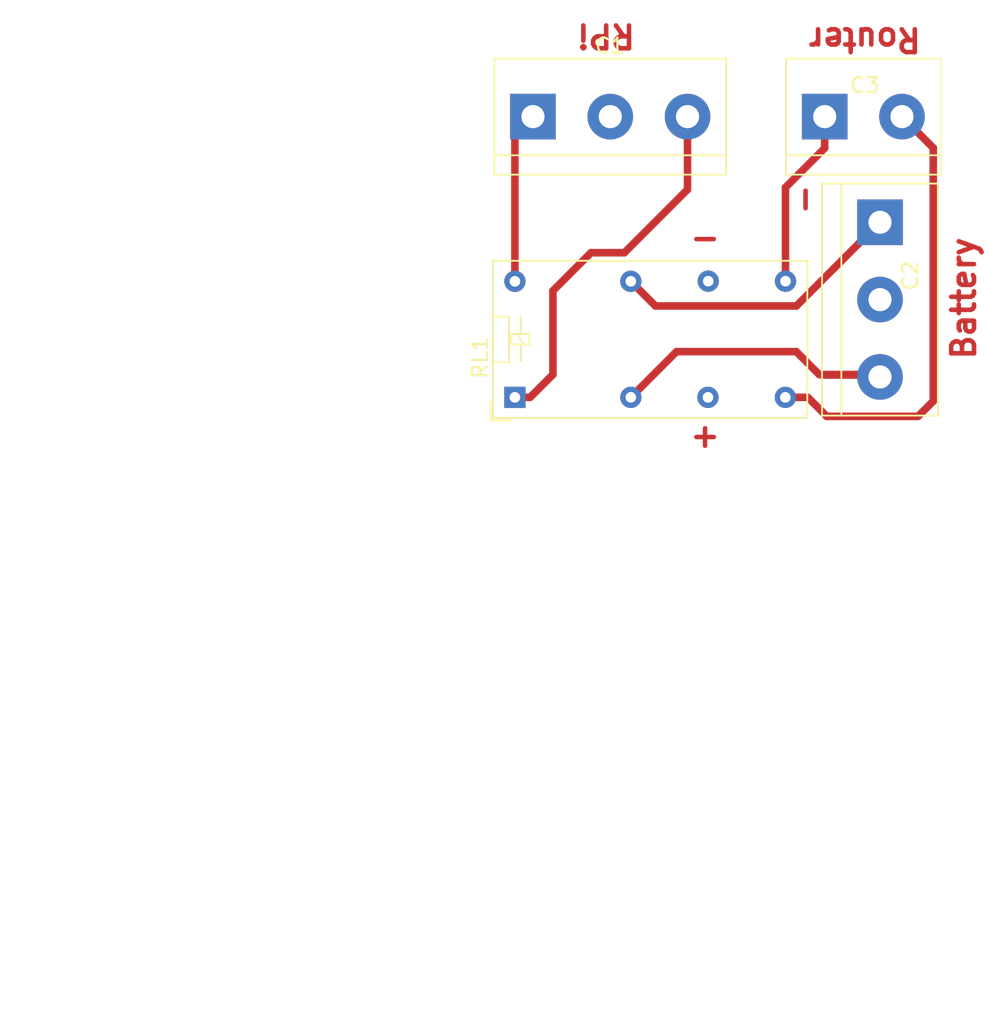
<source format=kicad_pcb>
(kicad_pcb (version 4) (host pcbnew 4.0.5)

  (general
    (links 6)
    (no_connects 0)
    (area 0 0 0 0)
    (thickness 1.6)
    (drawings 11)
    (tracks 37)
    (zones 0)
    (modules 4)
    (nets 11)
  )

  (page A4)
  (layers
    (0 F.Cu signal)
    (31 B.Cu signal)
    (32 B.Adhes user)
    (33 F.Adhes user)
    (34 B.Paste user)
    (35 F.Paste user)
    (36 B.SilkS user)
    (37 F.SilkS user)
    (38 B.Mask user)
    (39 F.Mask user)
    (40 Dwgs.User user hide)
    (41 Cmts.User user)
    (42 Eco1.User user)
    (43 Eco2.User user)
    (44 Edge.Cuts user)
    (45 Margin user)
    (46 B.CrtYd user)
    (47 F.CrtYd user)
    (48 B.Fab user)
    (49 F.Fab user)
  )

  (setup
    (last_trace_width 0.5)
    (trace_clearance 0.2)
    (zone_clearance 0.508)
    (zone_45_only no)
    (trace_min 0.2)
    (segment_width 0.2)
    (edge_width 0.15)
    (via_size 1)
    (via_drill 0.8)
    (via_min_size 0.4)
    (via_min_drill 0.3)
    (uvia_size 0.3)
    (uvia_drill 0.1)
    (uvias_allowed no)
    (uvia_min_size 0.2)
    (uvia_min_drill 0.1)
    (pcb_text_width 0.3)
    (pcb_text_size 1.5 1.5)
    (mod_edge_width 0.15)
    (mod_text_size 1 1)
    (mod_text_width 0.15)
    (pad_size 1.524 1.524)
    (pad_drill 0.762)
    (pad_to_mask_clearance 0.2)
    (aux_axis_origin 0 0)
    (visible_elements FFFFFFFF)
    (pcbplotparams
      (layerselection 0x00030_80000001)
      (usegerberextensions false)
      (excludeedgelayer true)
      (linewidth 0.500000)
      (plotframeref false)
      (viasonmask false)
      (mode 1)
      (useauxorigin false)
      (hpglpennumber 1)
      (hpglpenspeed 20)
      (hpglpendiameter 15)
      (hpglpenoverlay 2)
      (psnegative false)
      (psa4output false)
      (plotreference true)
      (plotvalue true)
      (plotinvisibletext false)
      (padsonsilk false)
      (subtractmaskfromsilk false)
      (outputformat 1)
      (mirror false)
      (drillshape 1)
      (scaleselection 1)
      (outputdirectory ""))
  )

  (net 0 "")
  (net 1 "Net-(C1-Pad1)")
  (net 2 "Net-(C1-Pad2)")
  (net 3 "Net-(C2-Pad2)")
  (net 4 "Net-(C3-Pad2)")
  (net 5 "Net-(RL1-Pad6)")
  (net 6 "Net-(C1-Pad3)")
  (net 7 "Net-(C2-Pad1)")
  (net 8 "Net-(C2-Pad3)")
  (net 9 "Net-(C3-Pad1)")
  (net 10 "Net-(RL1-Pad11)")

  (net_class Default "Questo è il gruppo di collegamenti predefinito"
    (clearance 0.2)
    (trace_width 0.5)
    (via_dia 1)
    (via_drill 0.8)
    (uvia_dia 0.3)
    (uvia_drill 0.1)
    (add_net "Net-(C1-Pad1)")
    (add_net "Net-(C1-Pad2)")
    (add_net "Net-(C1-Pad3)")
    (add_net "Net-(C2-Pad1)")
    (add_net "Net-(C2-Pad2)")
    (add_net "Net-(C2-Pad3)")
    (add_net "Net-(C3-Pad1)")
    (add_net "Net-(C3-Pad2)")
    (add_net "Net-(RL1-Pad11)")
    (add_net "Net-(RL1-Pad6)")
  )

  (module Connect:bornier3 (layer F.Cu) (tedit 59DDF452) (tstamp 59DDF2D8)
    (at 170.688 99.06)
    (descr "Bornier d'alimentation 3 pins")
    (tags DEV)
    (path /59DDEBB8)
    (fp_text reference C1 (at 5.05 -4.65) (layer F.SilkS)
      (effects (font (size 1 1) (thickness 0.15)))
    )
    (fp_text value RPi (at 13.812 -0.06 90) (layer F.Fab)
      (effects (font (size 1 1) (thickness 0.15)))
    )
    (fp_line (start -2.47 2.55) (end 12.63 2.55) (layer F.Fab) (width 0.1))
    (fp_line (start -2.47 -3.75) (end 12.63 -3.75) (layer F.Fab) (width 0.1))
    (fp_line (start 12.63 -3.75) (end 12.63 3.75) (layer F.Fab) (width 0.1))
    (fp_line (start 12.63 3.75) (end -2.47 3.75) (layer F.Fab) (width 0.1))
    (fp_line (start -2.47 3.75) (end -2.47 -3.75) (layer F.Fab) (width 0.1))
    (fp_line (start -2.54 3.81) (end -2.54 -3.81) (layer F.SilkS) (width 0.12))
    (fp_line (start 12.7 3.81) (end 12.7 -3.81) (layer F.SilkS) (width 0.12))
    (fp_line (start -2.54 2.54) (end 12.7 2.54) (layer F.SilkS) (width 0.12))
    (fp_line (start -2.54 -3.81) (end 12.7 -3.81) (layer F.SilkS) (width 0.12))
    (fp_line (start -2.54 3.81) (end 12.7 3.81) (layer F.SilkS) (width 0.12))
    (fp_line (start -2.72 -4) (end 12.88 -4) (layer F.CrtYd) (width 0.05))
    (fp_line (start -2.72 -4) (end -2.72 4) (layer F.CrtYd) (width 0.05))
    (fp_line (start 12.88 4) (end 12.88 -4) (layer F.CrtYd) (width 0.05))
    (fp_line (start 12.88 4) (end -2.72 4) (layer F.CrtYd) (width 0.05))
    (pad 1 thru_hole rect (at 0 0) (size 3 3) (drill 1.52) (layers *.Cu *.Mask)
      (net 1 "Net-(C1-Pad1)"))
    (pad 2 thru_hole circle (at 5.08 0) (size 3 3) (drill 1.52) (layers *.Cu *.Mask)
      (net 2 "Net-(C1-Pad2)"))
    (pad 3 thru_hole circle (at 10.16 0) (size 3 3) (drill 1.52) (layers *.Cu *.Mask)
      (net 6 "Net-(C1-Pad3)"))
    (model ${KISYS3DMOD}/Connectors.3dshapes/bornier3.wrl
      (at (xyz 0 0 0))
      (scale (xyz 1 1 1))
      (rotate (xyz 0 0 0))
    )
  )

  (module Connect:bornier3 (layer F.Cu) (tedit 59DDF827) (tstamp 59DDF2ED)
    (at 193.5 106 270)
    (descr "Bornier d'alimentation 3 pins")
    (tags DEV)
    (path /59DDF025)
    (fp_text reference C2 (at 3.5 -2 270) (layer F.SilkS)
      (effects (font (size 1 1) (thickness 0.15)))
    )
    (fp_text value Batt. (at 7 -2.5 270) (layer F.Fab)
      (effects (font (size 1 1) (thickness 0.15)))
    )
    (fp_line (start -2.47 2.55) (end 12.63 2.55) (layer F.Fab) (width 0.1))
    (fp_line (start -2.47 -3.75) (end 12.63 -3.75) (layer F.Fab) (width 0.1))
    (fp_line (start 12.63 -3.75) (end 12.63 3.75) (layer F.Fab) (width 0.1))
    (fp_line (start 12.63 3.75) (end -2.47 3.75) (layer F.Fab) (width 0.1))
    (fp_line (start -2.47 3.75) (end -2.47 -3.75) (layer F.Fab) (width 0.1))
    (fp_line (start -2.54 3.81) (end -2.54 -3.81) (layer F.SilkS) (width 0.12))
    (fp_line (start 12.7 3.81) (end 12.7 -3.81) (layer F.SilkS) (width 0.12))
    (fp_line (start -2.54 2.54) (end 12.7 2.54) (layer F.SilkS) (width 0.12))
    (fp_line (start -2.54 -3.81) (end 12.7 -3.81) (layer F.SilkS) (width 0.12))
    (fp_line (start -2.54 3.81) (end 12.7 3.81) (layer F.SilkS) (width 0.12))
    (fp_line (start -2.72 -4) (end 12.88 -4) (layer F.CrtYd) (width 0.05))
    (fp_line (start -2.72 -4) (end -2.72 4) (layer F.CrtYd) (width 0.05))
    (fp_line (start 12.88 4) (end 12.88 -4) (layer F.CrtYd) (width 0.05))
    (fp_line (start 12.88 4) (end -2.72 4) (layer F.CrtYd) (width 0.05))
    (pad 1 thru_hole rect (at 0 0 270) (size 3 3) (drill 1.52) (layers *.Cu *.Mask)
      (net 7 "Net-(C2-Pad1)"))
    (pad 2 thru_hole circle (at 5.08 0 270) (size 3 3) (drill 1.52) (layers *.Cu *.Mask)
      (net 3 "Net-(C2-Pad2)"))
    (pad 3 thru_hole circle (at 10.16 0 270) (size 3 3) (drill 1.52) (layers *.Cu *.Mask)
      (net 8 "Net-(C2-Pad3)"))
    (model ${KISYS3DMOD}/Connectors.3dshapes/bornier3.wrl
      (at (xyz 0 0 0))
      (scale (xyz 1 1 1))
      (rotate (xyz 0 0 0))
    )
  )

  (module Connect:bornier2 (layer F.Cu) (tedit 59DDF821) (tstamp 59DDF301)
    (at 189.865 99.06)
    (descr "Bornier d'alimentation 2 pins")
    (tags DEV)
    (path /59DDEEA8)
    (fp_text reference C3 (at 2.635 -2.06) (layer F.SilkS)
      (effects (font (size 1 1) (thickness 0.15)))
    )
    (fp_text value Router (at -3.365 -0.06 90) (layer F.Fab)
      (effects (font (size 1 1) (thickness 0.15)))
    )
    (fp_line (start -2.41 2.55) (end 7.49 2.55) (layer F.Fab) (width 0.1))
    (fp_line (start -2.46 -3.75) (end -2.46 3.75) (layer F.Fab) (width 0.1))
    (fp_line (start -2.46 3.75) (end 7.54 3.75) (layer F.Fab) (width 0.1))
    (fp_line (start 7.54 3.75) (end 7.54 -3.75) (layer F.Fab) (width 0.1))
    (fp_line (start 7.54 -3.75) (end -2.46 -3.75) (layer F.Fab) (width 0.1))
    (fp_line (start 7.62 2.54) (end -2.54 2.54) (layer F.SilkS) (width 0.12))
    (fp_line (start 7.62 3.81) (end 7.62 -3.81) (layer F.SilkS) (width 0.12))
    (fp_line (start 7.62 -3.81) (end -2.54 -3.81) (layer F.SilkS) (width 0.12))
    (fp_line (start -2.54 -3.81) (end -2.54 3.81) (layer F.SilkS) (width 0.12))
    (fp_line (start -2.54 3.81) (end 7.62 3.81) (layer F.SilkS) (width 0.12))
    (fp_line (start -2.71 -4) (end 7.79 -4) (layer F.CrtYd) (width 0.05))
    (fp_line (start -2.71 -4) (end -2.71 4) (layer F.CrtYd) (width 0.05))
    (fp_line (start 7.79 4) (end 7.79 -4) (layer F.CrtYd) (width 0.05))
    (fp_line (start 7.79 4) (end -2.71 4) (layer F.CrtYd) (width 0.05))
    (pad 1 thru_hole rect (at 0 0) (size 3 3) (drill 1.52) (layers *.Cu *.Mask)
      (net 9 "Net-(C3-Pad1)"))
    (pad 2 thru_hole circle (at 5.08 0) (size 3 3) (drill 1.52) (layers *.Cu *.Mask)
      (net 4 "Net-(C3-Pad2)"))
    (model ${KISYS3DMOD}/Connectors.3dshapes/bornier2.wrl
      (at (xyz 0 0 0))
      (scale (xyz 1 1 1))
      (rotate (xyz 0 0 0))
    )
  )

  (module Relays_ThroughHole:Relay_DPDT_Omron_G5V-2 (layer F.Cu) (tedit 59DDF5F1) (tstamp 59DDF33D)
    (at 169.5 117.5 90)
    (descr http://omronfs.omron.com/en_US/ecb/products/pdf/en-g5v2.pdf)
    (tags "Omron G5V-2 Relay DPDT")
    (path /59DDEC43)
    (fp_text reference RL1 (at 2.6 -2.3 90) (layer F.SilkS)
      (effects (font (size 1 1) (thickness 0.15)))
    )
    (fp_text value FinderW30.22.7.005.0010 (at -31.5 -33 270) (layer F.Fab)
      (effects (font (size 1 1) (thickness 0.15)))
    )
    (fp_line (start -1.51 -1.6) (end -0.3 -1.6) (layer F.SilkS) (width 0.12))
    (fp_line (start -1.51 -0.3) (end -1.51 -1.6) (layer F.SilkS) (width 0.12))
    (fp_line (start -1.21 -0.3) (end -0.3 -1.31) (layer F.Fab) (width 0.12))
    (fp_line (start 8.83 -1.31) (end -0.3 -1.31) (layer F.Fab) (width 0.12))
    (fp_line (start -1.21 -0.3) (end -1.21 19.58) (layer F.Fab) (width 0.12))
    (fp_line (start -1.21 19.07) (end 8.83 19.07) (layer F.Fab) (width 0.12))
    (fp_line (start 8.83 19.07) (end 8.83 -1.31) (layer F.Fab) (width 0.12))
    (fp_line (start -1.35 -1.45) (end -1.35 19.22) (layer F.SilkS) (width 0.12))
    (fp_line (start -1.35 19.22) (end 8.97 19.22) (layer F.SilkS) (width 0.12))
    (fp_line (start 8.97 19.22) (end 8.97 -1.45) (layer F.SilkS) (width 0.12))
    (fp_line (start 8.97 -1.45) (end -1.35 -1.45) (layer F.SilkS) (width 0.12))
    (fp_line (start 2.3 -1.45) (end 2.3 -0.41) (layer F.SilkS) (width 0.12))
    (fp_line (start 2.3 -0.39) (end 5.3 -0.39) (layer F.SilkS) (width 0.12))
    (fp_line (start 5.3 -0.39) (end 5.3 -1.45) (layer F.SilkS) (width 0.12))
    (fp_line (start 9.07 19.33) (end -1.45 19.33) (layer F.CrtYd) (width 0.05))
    (fp_line (start -1.45 -1.55) (end 9.07 -1.55) (layer F.CrtYd) (width 0.05))
    (fp_line (start 9.07 -1.55) (end 9.07 19.33) (layer F.CrtYd) (width 0.05))
    (fp_text user %R (at 3.94 9.16 90) (layer F.Fab)
      (effects (font (size 1 1) (thickness 0.15)))
    )
    (fp_line (start 3.47 0.39) (end 2.37 0.39) (layer F.SilkS) (width 0.12))
    (fp_line (start 4.17 0.39) (end 5.27 0.39) (layer F.SilkS) (width 0.12))
    (fp_line (start 3.47 0.56) (end 4.17 0.16) (layer F.SilkS) (width 0.12))
    (fp_line (start 3.47 -0.24) (end 3.47 0.96) (layer F.SilkS) (width 0.12))
    (fp_line (start 3.47 0.96) (end 4.17 0.96) (layer F.SilkS) (width 0.12))
    (fp_line (start 4.17 0.96) (end 4.17 -0.24) (layer F.SilkS) (width 0.12))
    (fp_line (start 4.17 -0.24) (end 3.47 -0.24) (layer F.SilkS) (width 0.12))
    (fp_line (start -1.45 -1.55) (end -1.45 19.33) (layer F.CrtYd) (width 0.05))
    (pad 1 thru_hole rect (at 0 0 90) (size 1.4 1.4) (drill 0.7) (layers *.Cu *.Mask)
      (net 6 "Net-(C1-Pad3)"))
    (pad 16 thru_hole circle (at 7.62 0 90) (size 1.4 1.4) (drill 0.7) (layers *.Cu *.Mask)
      (net 1 "Net-(C1-Pad1)"))
    (pad 6 thru_hole circle (at 0 12.69 90) (size 1.4 1.4) (drill 0.7) (layers *.Cu *.Mask)
      (net 5 "Net-(RL1-Pad6)"))
    (pad 8 thru_hole circle (at 0 17.78 90) (size 1.4 1.4) (drill 0.7) (layers *.Cu *.Mask)
      (net 4 "Net-(C3-Pad2)"))
    (pad 4 thru_hole circle (at 0 7.62 90) (size 1.4 1.4) (drill 0.7) (layers *.Cu *.Mask)
      (net 8 "Net-(C2-Pad3)"))
    (pad 11 thru_hole circle (at 7.63 12.71 90) (size 1.4 1.4) (drill 0.7) (layers *.Cu *.Mask)
      (net 10 "Net-(RL1-Pad11)"))
    (pad 9 thru_hole circle (at 7.63 17.79 90) (size 1.4 1.4) (drill 0.7) (layers *.Cu *.Mask)
      (net 9 "Net-(C3-Pad1)"))
    (pad 13 thru_hole circle (at 7.62 7.62 90) (size 1.4 1.4) (drill 0.7) (layers *.Cu *.Mask)
      (net 7 "Net-(C2-Pad1)"))
    (model ${KISYS3DMOD}/Relays_THT.3dshapes/Relay_DPDT_Omron_G5V-2.wrl
      (at (xyz 0 0 0))
      (scale (xyz 1 1 1))
      (rotate (xyz 0 0 0))
    )
  )

  (gr_text "RPi\n" (at 175.5 93.75 180) (layer F.Cu)
    (effects (font (size 1.5 1.5) (thickness 0.3)))
  )
  (gr_text Router (at 192.5 94 180) (layer F.Cu)
    (effects (font (size 1.5 1.5) (thickness 0.3)))
  )
  (gr_text Battery (at 199 111 90) (layer F.Cu)
    (effects (font (size 1.5 1.5) (thickness 0.3)))
  )
  (gr_line (start 165 91.5) (end 167 91.5) (angle 90) (layer Margin) (width 0.2))
  (gr_line (start 165 121) (end 165 91.5) (angle 90) (layer Margin) (width 0.2))
  (gr_line (start 200.5 121) (end 165 121) (angle 90) (layer Margin) (width 0.2))
  (gr_line (start 200.5 91.5) (end 200.5 121) (angle 90) (layer Margin) (width 0.2))
  (gr_line (start 165.5 91.5) (end 200.5 91.5) (angle 90) (layer Margin) (width 0.2))
  (gr_text - (at 188.5 104.5 90) (layer F.Cu)
    (effects (font (size 1.5 1.5) (thickness 0.3)))
  )
  (gr_text - (at 182 107) (layer F.Cu)
    (effects (font (size 1.5 1.5) (thickness 0.3)))
  )
  (gr_text + (at 182 120) (layer F.Cu)
    (effects (font (size 1.5 1.5) (thickness 0.3)))
  )

  (segment (start 169.5 109.88) (end 169.5 100.248) (width 0.5) (layer F.Cu) (net 1) (status C00000))
  (segment (start 169.5 100.248) (end 170.688 99.06) (width 0.5) (layer F.Cu) (net 1) (tstamp 59DE7058) (status C00000))
  (segment (start 187.28 117.5) (end 188.75 117.5) (width 0.5) (layer F.Cu) (net 4))
  (segment (start 197 117.75) (end 197 101.115) (width 0.5) (layer F.Cu) (net 4) (tstamp 59DDF9E2))
  (segment (start 196 118.75) (end 197 117.75) (width 0.5) (layer F.Cu) (net 4) (tstamp 59DDF9DD))
  (segment (start 190 118.75) (end 196 118.75) (width 0.5) (layer F.Cu) (net 4) (tstamp 59DDF9DB))
  (segment (start 188.75 117.5) (end 190 118.75) (width 0.5) (layer F.Cu) (net 4) (tstamp 59DDF9DA))
  (segment (start 197 101.115) (end 194.945 99.06) (width 0.5) (layer F.Cu) (net 4) (tstamp 59DDF9E7))
  (segment (start 197 101.115) (end 194.945 99.06) (width 0.25) (layer F.Cu) (net 4) (tstamp 59DDF86E))
  (segment (start 180.848 99.06) (end 180.848 103.848) (width 0.5) (layer F.Cu) (net 6))
  (segment (start 176.696 108) (end 174.5 108) (width 0.5) (layer F.Cu) (net 6) (tstamp 59DDF99C))
  (segment (start 180.848 103.848) (end 176.696 108) (width 0.5) (layer F.Cu) (net 6) (tstamp 59DDF99A))
  (segment (start 174.5 108) (end 172 110.5) (width 0.5) (layer F.Cu) (net 6) (tstamp 59DDF99E))
  (segment (start 172 110.5) (end 172 116) (width 0.5) (layer F.Cu) (net 6) (tstamp 59DDF99F))
  (segment (start 172 116) (end 170.5 117.5) (width 0.5) (layer F.Cu) (net 6) (tstamp 59DDF9A1))
  (segment (start 170.5 117.5) (end 169.5 117.5) (width 0.5) (layer F.Cu) (net 6) (tstamp 59DDF9A2))
  (segment (start 172 110.5) (end 172 116) (width 0.25) (layer F.Cu) (net 6))
  (segment (start 174.5 108) (end 172 110.5) (width 0.25) (layer F.Cu) (net 6) (tstamp 59DDF837))
  (segment (start 170.5 117.5) (end 169.5 117.5) (width 0.25) (layer F.Cu) (net 6) (tstamp 59DDF83D))
  (segment (start 172 116) (end 170.5 117.5) (width 0.25) (layer F.Cu) (net 6) (tstamp 59DDF83B))
  (segment (start 193.5 106) (end 188 111.5) (width 0.5) (layer F.Cu) (net 7))
  (segment (start 188 111.5) (end 178.74 111.5) (width 0.5) (layer F.Cu) (net 7) (tstamp 59DDF9CA))
  (segment (start 178.74 111.5) (end 177.12 109.88) (width 0.5) (layer F.Cu) (net 7) (tstamp 59DDF9CB))
  (segment (start 178.74 111.5) (end 177.12 109.88) (width 0.25) (layer F.Cu) (net 7) (tstamp 59DDF85A))
  (segment (start 188 111.5) (end 178.74 111.5) (width 0.25) (layer F.Cu) (net 7) (tstamp 59DDF859))
  (segment (start 177.12 117.5) (end 180.12 114.5) (width 0.5) (layer F.Cu) (net 8))
  (segment (start 180.12 114.5) (end 188 114.5) (width 0.5) (layer F.Cu) (net 8) (tstamp 59DDF9D1))
  (segment (start 188 114.5) (end 189.5 116) (width 0.5) (layer F.Cu) (net 8) (tstamp 59DDF9D5))
  (segment (start 189.5 116) (end 193.34 116) (width 0.5) (layer F.Cu) (net 8) (tstamp 59DDF9D6))
  (segment (start 193.34 116) (end 193.5 116.16) (width 0.5) (layer F.Cu) (net 8) (tstamp 59DDF9D7))
  (segment (start 193.5 116.16) (end 189.66 116.16) (width 0.25) (layer F.Cu) (net 8))
  (segment (start 188 114.5) (end 180.12 114.5) (width 0.25) (layer F.Cu) (net 8) (tstamp 59DDF860))
  (segment (start 189.66 116.16) (end 188 114.5) (width 0.25) (layer F.Cu) (net 8) (tstamp 59DDF85E))
  (segment (start 187.29 103.71) (end 187.29 109.87) (width 0.5) (layer F.Cu) (net 9))
  (segment (start 189.865 99.06) (end 189.865 101.135) (width 0.5) (layer F.Cu) (net 9))
  (segment (start 189.865 101.135) (end 187.29 103.71) (width 0.5) (layer F.Cu) (net 9) (tstamp 59DDF9BB))
  (segment (start 189.865 101.135) (end 187.29 103.71) (width 0.25) (layer F.Cu) (net 9) (tstamp 59DDF853))

)

</source>
